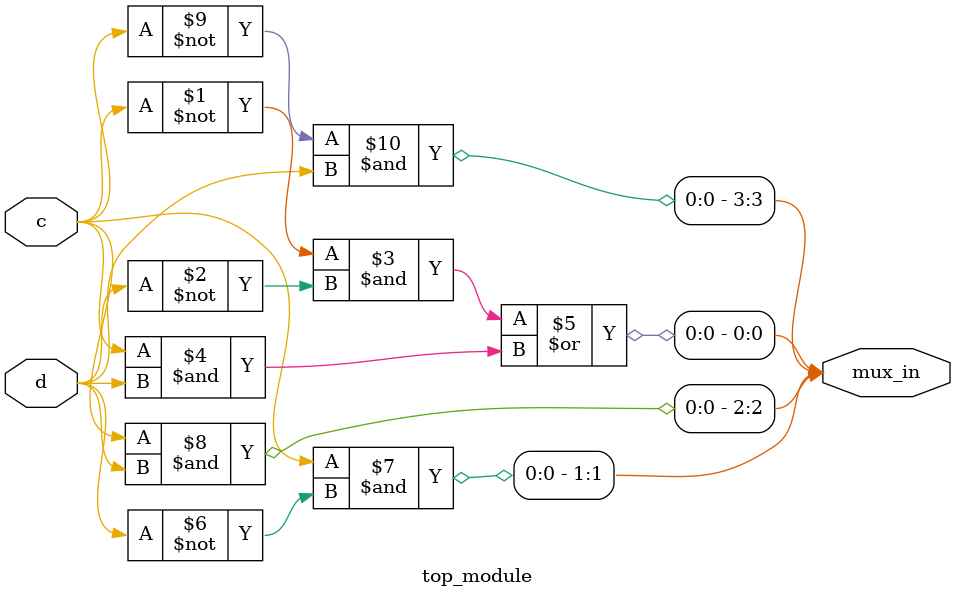
<source format=sv>
module top_module (
    input c,
    input d,
    output [3:0] mux_in
);

    // Implement the Karnaugh map using 2-to-1 multiplexers
    assign mux_in[0] = (~c & ~d) | (c & d);
    assign mux_in[1] = (c & ~d);
    assign mux_in[2] = (c & d);
    assign mux_in[3] = (~c & d);

endmodule

</source>
